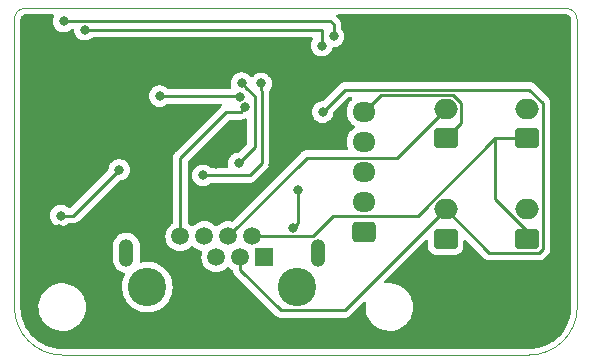
<source format=gbr>
G04 #@! TF.GenerationSoftware,KiCad,Pcbnew,(6.0.0)*
G04 #@! TF.CreationDate,2022-07-24T22:02:11-05:00*
G04 #@! TF.ProjectId,InputJoyStickSTM32QFN28,496e7075-744a-46f7-9953-7469636b5354,rev?*
G04 #@! TF.SameCoordinates,Original*
G04 #@! TF.FileFunction,Copper,L2,Bot*
G04 #@! TF.FilePolarity,Positive*
%FSLAX46Y46*%
G04 Gerber Fmt 4.6, Leading zero omitted, Abs format (unit mm)*
G04 Created by KiCad (PCBNEW (6.0.0)) date 2022-07-24 22:02:11*
%MOMM*%
%LPD*%
G01*
G04 APERTURE LIST*
G04 Aperture macros list*
%AMRoundRect*
0 Rectangle with rounded corners*
0 $1 Rounding radius*
0 $2 $3 $4 $5 $6 $7 $8 $9 X,Y pos of 4 corners*
0 Add a 4 corners polygon primitive as box body*
4,1,4,$2,$3,$4,$5,$6,$7,$8,$9,$2,$3,0*
0 Add four circle primitives for the rounded corners*
1,1,$1+$1,$2,$3*
1,1,$1+$1,$4,$5*
1,1,$1+$1,$6,$7*
1,1,$1+$1,$8,$9*
0 Add four rect primitives between the rounded corners*
20,1,$1+$1,$2,$3,$4,$5,0*
20,1,$1+$1,$4,$5,$6,$7,0*
20,1,$1+$1,$6,$7,$8,$9,0*
20,1,$1+$1,$8,$9,$2,$3,0*%
G04 Aperture macros list end*
G04 #@! TA.AperFunction,Profile*
%ADD10C,0.050000*%
G04 #@! TD*
G04 #@! TA.AperFunction,ComponentPad*
%ADD11RoundRect,0.250000X0.725000X-0.600000X0.725000X0.600000X-0.725000X0.600000X-0.725000X-0.600000X0*%
G04 #@! TD*
G04 #@! TA.AperFunction,ComponentPad*
%ADD12O,1.950000X1.700000*%
G04 #@! TD*
G04 #@! TA.AperFunction,ComponentPad*
%ADD13O,1.259000X2.362000*%
G04 #@! TD*
G04 #@! TA.AperFunction,ComponentPad*
%ADD14R,1.500000X1.500000*%
G04 #@! TD*
G04 #@! TA.AperFunction,ComponentPad*
%ADD15C,1.500000*%
G04 #@! TD*
G04 #@! TA.AperFunction,WasherPad*
%ADD16C,3.250000*%
G04 #@! TD*
G04 #@! TA.AperFunction,ComponentPad*
%ADD17O,2.000000X1.700000*%
G04 #@! TD*
G04 #@! TA.AperFunction,ComponentPad*
%ADD18RoundRect,0.250000X0.750000X-0.600000X0.750000X0.600000X-0.750000X0.600000X-0.750000X-0.600000X0*%
G04 #@! TD*
G04 #@! TA.AperFunction,ViaPad*
%ADD19C,0.800000*%
G04 #@! TD*
G04 #@! TA.AperFunction,Conductor*
%ADD20C,0.250000*%
G04 #@! TD*
G04 APERTURE END LIST*
D10*
X180239940Y-86360000D02*
G75*
G03*
X179279873Y-85389743I-965162J5095D01*
G01*
X133489685Y-85389720D02*
G75*
G03*
X132588000Y-86296602I0J-901700D01*
G01*
X132588000Y-110680500D02*
X132588000Y-86296602D01*
X132588000Y-110680500D02*
G75*
G03*
X136652000Y-114744500I4064000J0D01*
G01*
X176153080Y-114744500D02*
X136652000Y-114744500D01*
X180239940Y-86360000D02*
X180250164Y-110667800D01*
X176153080Y-114744500D02*
G75*
G03*
X180250164Y-110670340I22860J4074160D01*
G01*
X179279820Y-85389720D02*
X133489685Y-85389720D01*
D11*
X162200000Y-104300000D03*
D12*
X162200000Y-101760000D03*
X162200000Y-99220000D03*
X162200000Y-96680000D03*
X162200000Y-94140000D03*
D13*
X158323280Y-106097070D03*
X142063280Y-106097070D03*
D14*
X153742580Y-106459020D03*
D15*
X152722580Y-104679020D03*
X151712580Y-106459020D03*
X150692580Y-104679020D03*
X149682580Y-106459020D03*
X148662580Y-104679020D03*
X147652580Y-106459020D03*
X146632580Y-104679020D03*
D16*
X156543280Y-108999020D03*
X143843280Y-108999020D03*
D17*
X169100000Y-102400000D03*
D18*
X169100000Y-104900000D03*
D17*
X176000000Y-93900000D03*
D18*
X176000000Y-96400000D03*
X169100000Y-96400000D03*
D17*
X169100000Y-93900000D03*
D18*
X176000000Y-104900000D03*
D17*
X176000000Y-102400000D03*
D19*
X158690000Y-94170000D03*
X136433560Y-98666300D03*
X135288020Y-92877640D03*
X136398000Y-104109520D03*
X145755360Y-89491820D03*
X149618700Y-98559620D03*
X154444700Y-98640900D03*
X157700000Y-89600000D03*
X152154022Y-93775984D03*
X156596080Y-100766880D03*
X156208165Y-103954010D03*
X151584660Y-98508820D03*
X151823432Y-91732323D03*
X153466800Y-91754960D03*
X148559520Y-99532440D03*
X141457680Y-99060000D03*
X136519920Y-102933500D03*
X144884140Y-92821760D03*
X151679720Y-92895608D03*
X159605980Y-87774780D03*
X136761220Y-86499700D03*
X138541760Y-87196770D03*
X158610157Y-88543552D03*
D20*
X172774520Y-106074520D02*
X169100000Y-102400000D01*
X177045480Y-106074520D02*
X172774520Y-106074520D01*
X177324520Y-93413498D02*
X177324520Y-105795480D01*
X176186991Y-92275969D02*
X177324520Y-93413498D01*
X160584031Y-92275969D02*
X176186991Y-92275969D01*
X170425010Y-95074990D02*
X169100000Y-96400000D01*
X170425010Y-93413295D02*
X170425010Y-95074990D01*
X169737195Y-92725480D02*
X170425010Y-93413295D01*
X163614520Y-92725480D02*
X169737195Y-92725480D01*
X162200000Y-94140000D02*
X163614520Y-92725480D01*
X177324520Y-105795480D02*
X177045480Y-106074520D01*
X158690000Y-94170000D02*
X160584031Y-92275969D01*
X166753275Y-102935010D02*
X173288285Y-96400000D01*
X159583960Y-102935010D02*
X166753275Y-102935010D01*
X157839950Y-104679020D02*
X159583960Y-102935010D01*
X152722580Y-104679020D02*
X157839950Y-104679020D01*
X173288285Y-96400000D02*
X176000000Y-96400000D01*
X176000000Y-104211715D02*
X176000000Y-104900000D01*
X173288285Y-101500000D02*
X176000000Y-104211715D01*
X173288285Y-96400000D02*
X173288285Y-101500000D01*
X151754023Y-94175983D02*
X150514917Y-94175983D01*
X152154022Y-93775984D02*
X151754023Y-94175983D01*
X146632580Y-98058320D02*
X146632580Y-104679020D01*
X150514917Y-94175983D02*
X146632580Y-98058320D01*
X156596080Y-100766880D02*
X156596080Y-103566095D01*
X156596080Y-103566095D02*
X156208165Y-103954010D01*
X157326610Y-98044990D02*
X164955010Y-98044990D01*
X164955010Y-98044990D02*
X169100000Y-93900000D01*
X150692580Y-104679020D02*
X157326610Y-98044990D01*
X160550979Y-110949021D02*
X169100000Y-102400000D01*
X151712580Y-107519680D02*
X155141921Y-110949021D01*
X155141921Y-110949021D02*
X160550979Y-110949021D01*
X151712580Y-106459020D02*
X151712580Y-107519680D01*
X152929810Y-97163670D02*
X152929810Y-92838701D01*
X152223431Y-92132322D02*
X151823432Y-91732323D01*
X151584660Y-98508820D02*
X152929810Y-97163670D01*
X152929810Y-92838701D02*
X152223431Y-92132322D01*
X153466800Y-92320645D02*
X153553160Y-92407005D01*
X153466800Y-91754960D02*
X153466800Y-92320645D01*
X153553160Y-92407005D02*
X153553160Y-98498660D01*
X153553160Y-98498660D02*
X152519380Y-99532440D01*
X152519380Y-99532440D02*
X148559520Y-99532440D01*
X141457680Y-99060000D02*
X137584180Y-102933500D01*
X137584180Y-102933500D02*
X136519920Y-102933500D01*
X151605872Y-92821760D02*
X151679720Y-92895608D01*
X144884140Y-92821760D02*
X151605872Y-92821760D01*
X136789160Y-86471760D02*
X136761220Y-86499700D01*
X159331660Y-86471760D02*
X136789160Y-86471760D01*
X159605980Y-86746080D02*
X159605980Y-87774780D01*
X159331660Y-86471760D02*
X159605980Y-86746080D01*
X158610157Y-87249967D02*
X158610157Y-88543552D01*
X138541760Y-87196770D02*
X158556960Y-87196770D01*
X158556960Y-87196770D02*
X158610157Y-87249967D01*
G04 #@! TA.AperFunction,Conductor*
G36*
X135909611Y-85917722D02*
G01*
X135956104Y-85971378D01*
X135966208Y-86041652D01*
X135950609Y-86086720D01*
X135926693Y-86128144D01*
X135867678Y-86309772D01*
X135866988Y-86316333D01*
X135866988Y-86316335D01*
X135862114Y-86362709D01*
X135847716Y-86499700D01*
X135848406Y-86506265D01*
X135863113Y-86646191D01*
X135867678Y-86689628D01*
X135926693Y-86871256D01*
X136022180Y-87036644D01*
X136149967Y-87178566D01*
X136304468Y-87290818D01*
X136310496Y-87293502D01*
X136310498Y-87293503D01*
X136472901Y-87365809D01*
X136478932Y-87368494D01*
X136564575Y-87386698D01*
X136659276Y-87406828D01*
X136659281Y-87406828D01*
X136665733Y-87408200D01*
X136856707Y-87408200D01*
X136863159Y-87406828D01*
X136863164Y-87406828D01*
X136957865Y-87386698D01*
X137043508Y-87368494D01*
X137049539Y-87365809D01*
X137211942Y-87293503D01*
X137211944Y-87293502D01*
X137217972Y-87290818D01*
X137372473Y-87178566D01*
X137400942Y-87146948D01*
X137461385Y-87109710D01*
X137494576Y-87105260D01*
X137505187Y-87105260D01*
X137573308Y-87125262D01*
X137619801Y-87178918D01*
X137630497Y-87218090D01*
X137646023Y-87365809D01*
X137648218Y-87386698D01*
X137707233Y-87568326D01*
X137802720Y-87733714D01*
X137930507Y-87875636D01*
X138029603Y-87947634D01*
X138053104Y-87964708D01*
X138085008Y-87987888D01*
X138091036Y-87990572D01*
X138091038Y-87990573D01*
X138155493Y-88019270D01*
X138259472Y-88065564D01*
X138352873Y-88085417D01*
X138439816Y-88103898D01*
X138439821Y-88103898D01*
X138446273Y-88105270D01*
X138637247Y-88105270D01*
X138643699Y-88103898D01*
X138643704Y-88103898D01*
X138730648Y-88085417D01*
X138824048Y-88065564D01*
X138928027Y-88019270D01*
X138992482Y-87990573D01*
X138992484Y-87990572D01*
X138998512Y-87987888D01*
X139030417Y-87964708D01*
X139134077Y-87889394D01*
X139153013Y-87875636D01*
X139157428Y-87870733D01*
X139162340Y-87866310D01*
X139163465Y-87867559D01*
X139216774Y-87834719D01*
X139249960Y-87830270D01*
X157754688Y-87830270D01*
X157822809Y-87850272D01*
X157869302Y-87903928D01*
X157879406Y-87974202D01*
X157863808Y-88019268D01*
X157775630Y-88171996D01*
X157716615Y-88353624D01*
X157715925Y-88360185D01*
X157715925Y-88360187D01*
X157706102Y-88453646D01*
X157696653Y-88543552D01*
X157697343Y-88550117D01*
X157711306Y-88682964D01*
X157716615Y-88733480D01*
X157775630Y-88915108D01*
X157871117Y-89080496D01*
X157998904Y-89222418D01*
X158153405Y-89334670D01*
X158159433Y-89337354D01*
X158159435Y-89337355D01*
X158321838Y-89409661D01*
X158327869Y-89412346D01*
X158421269Y-89432199D01*
X158508213Y-89450680D01*
X158508218Y-89450680D01*
X158514670Y-89452052D01*
X158705644Y-89452052D01*
X158712096Y-89450680D01*
X158712101Y-89450680D01*
X158799045Y-89432199D01*
X158892445Y-89412346D01*
X158898476Y-89409661D01*
X159060879Y-89337355D01*
X159060881Y-89337354D01*
X159066909Y-89334670D01*
X159221410Y-89222418D01*
X159349197Y-89080496D01*
X159444684Y-88915108D01*
X159491721Y-88770344D01*
X159531795Y-88711738D01*
X159597191Y-88684101D01*
X159611554Y-88683280D01*
X159701467Y-88683280D01*
X159707919Y-88681908D01*
X159707924Y-88681908D01*
X159794867Y-88663427D01*
X159888268Y-88643574D01*
X159894299Y-88640889D01*
X160056702Y-88568583D01*
X160056704Y-88568582D01*
X160062732Y-88565898D01*
X160102525Y-88536987D01*
X160118137Y-88525644D01*
X160217233Y-88453646D01*
X160345020Y-88311724D01*
X160440507Y-88146336D01*
X160499522Y-87964708D01*
X160519484Y-87774780D01*
X160499522Y-87584852D01*
X160440507Y-87403224D01*
X160345020Y-87237836D01*
X160271843Y-87156565D01*
X160241127Y-87092559D01*
X160239480Y-87072256D01*
X160239480Y-86824847D01*
X160240007Y-86813664D01*
X160241682Y-86806171D01*
X160239542Y-86738094D01*
X160239480Y-86734135D01*
X160239480Y-86706224D01*
X160238975Y-86702224D01*
X160238042Y-86690381D01*
X160238019Y-86689628D01*
X160236653Y-86646191D01*
X160231001Y-86626737D01*
X160226993Y-86607380D01*
X160225448Y-86595150D01*
X160225448Y-86595149D01*
X160224454Y-86587283D01*
X160221535Y-86579910D01*
X160208176Y-86546168D01*
X160204331Y-86534938D01*
X160194209Y-86500097D01*
X160194209Y-86500096D01*
X160191998Y-86492487D01*
X160187965Y-86485668D01*
X160187963Y-86485663D01*
X160181687Y-86475052D01*
X160172992Y-86457304D01*
X160165532Y-86438463D01*
X160139544Y-86402693D01*
X160133028Y-86392773D01*
X160114560Y-86361545D01*
X160114558Y-86361542D01*
X160110522Y-86354718D01*
X160096198Y-86340394D01*
X160083363Y-86325367D01*
X160071452Y-86308973D01*
X160037386Y-86280791D01*
X160028608Y-86272802D01*
X159868621Y-86112815D01*
X159834595Y-86050503D01*
X159839660Y-85979688D01*
X159882207Y-85922852D01*
X159948727Y-85898041D01*
X159957716Y-85897720D01*
X179228725Y-85897720D01*
X179248766Y-85899324D01*
X179270894Y-85902889D01*
X179279801Y-85901772D01*
X179288778Y-85901929D01*
X179288774Y-85902137D01*
X179310200Y-85902259D01*
X179354690Y-85908356D01*
X179378998Y-85911687D01*
X179410721Y-85920367D01*
X179490160Y-85953763D01*
X179518556Y-85970357D01*
X179586647Y-86023178D01*
X179609782Y-86046559D01*
X179661877Y-86115200D01*
X179678171Y-86143770D01*
X179710726Y-86223552D01*
X179719072Y-86255369D01*
X179727310Y-86320602D01*
X179728284Y-86338592D01*
X179728222Y-86342160D01*
X179726794Y-86351021D01*
X179727911Y-86359928D01*
X179727911Y-86359929D01*
X179730977Y-86384381D01*
X179731956Y-86400005D01*
X179738685Y-102396556D01*
X179742137Y-110603364D01*
X179742144Y-110621087D01*
X179740644Y-110640525D01*
X179738359Y-110655197D01*
X179738359Y-110655201D01*
X179736978Y-110664070D01*
X179738142Y-110672971D01*
X179738142Y-110672976D01*
X179739500Y-110683357D01*
X179740411Y-110705899D01*
X179731888Y-110878765D01*
X179725832Y-111001616D01*
X179725175Y-111014934D01*
X179723955Y-111027278D01*
X179676279Y-111347516D01*
X179674066Y-111362383D01*
X179671637Y-111374550D01*
X179620061Y-111579694D01*
X179589028Y-111703125D01*
X179585414Y-111714993D01*
X179472882Y-112028287D01*
X179470884Y-112033849D01*
X179466119Y-112045307D01*
X179320782Y-112351344D01*
X179314914Y-112362277D01*
X179220660Y-112518846D01*
X179162660Y-112615193D01*
X179140178Y-112652538D01*
X179133265Y-112662838D01*
X179116088Y-112685888D01*
X178930817Y-112934509D01*
X178922921Y-112944081D01*
X178694742Y-113194512D01*
X178685943Y-113203263D01*
X178434229Y-113430041D01*
X178424611Y-113437883D01*
X178151816Y-113638795D01*
X178141475Y-113645652D01*
X177850245Y-113818755D01*
X177839278Y-113824563D01*
X177532430Y-113968180D01*
X177520946Y-113972880D01*
X177201448Y-114085621D01*
X177189564Y-114089168D01*
X177021197Y-114130495D01*
X176860527Y-114169933D01*
X176848345Y-114172294D01*
X176512963Y-114220302D01*
X176500608Y-114221453D01*
X176304911Y-114230001D01*
X176198871Y-114234633D01*
X176173292Y-114233142D01*
X176171094Y-114232787D01*
X176171086Y-114232787D01*
X176162229Y-114231357D01*
X176135075Y-114234753D01*
X176128894Y-114235526D01*
X176113258Y-114236500D01*
X136701328Y-114236500D01*
X136681943Y-114235000D01*
X136667142Y-114232695D01*
X136667139Y-114232695D01*
X136658270Y-114231314D01*
X136638946Y-114233841D01*
X136616430Y-114234753D01*
X136309627Y-114219680D01*
X136297333Y-114218470D01*
X135964375Y-114169079D01*
X135952269Y-114166672D01*
X135625754Y-114084885D01*
X135613924Y-114081296D01*
X135297006Y-113967901D01*
X135285582Y-113963169D01*
X134981307Y-113819258D01*
X134970402Y-113813429D01*
X134681698Y-113640386D01*
X134671417Y-113633516D01*
X134401069Y-113433012D01*
X134391511Y-113425168D01*
X134142115Y-113199129D01*
X134133371Y-113190385D01*
X133907332Y-112940989D01*
X133899488Y-112931431D01*
X133698984Y-112661083D01*
X133692114Y-112650802D01*
X133573798Y-112453404D01*
X133519069Y-112362094D01*
X133513242Y-112351193D01*
X133463351Y-112245706D01*
X133369331Y-112046918D01*
X133364599Y-112035494D01*
X133251204Y-111718576D01*
X133247615Y-111706744D01*
X133165828Y-111380231D01*
X133163419Y-111368116D01*
X133162433Y-111361464D01*
X133114030Y-111035167D01*
X133112819Y-111022866D01*
X133112430Y-111014934D01*
X133099544Y-110752636D01*
X133098293Y-110727165D01*
X133099886Y-110700086D01*
X133100264Y-110697840D01*
X133100265Y-110697831D01*
X133101071Y-110693039D01*
X133101224Y-110680500D01*
X133097273Y-110652912D01*
X133096000Y-110635049D01*
X133096000Y-110607733D01*
X134625822Y-110607733D01*
X134625975Y-110612121D01*
X134625975Y-110612127D01*
X134635458Y-110883674D01*
X134635625Y-110888458D01*
X134636387Y-110892781D01*
X134636388Y-110892788D01*
X134667370Y-111068494D01*
X134684402Y-111165087D01*
X134771203Y-111432235D01*
X134773131Y-111436188D01*
X134773133Y-111436193D01*
X134828313Y-111549328D01*
X134894340Y-111684702D01*
X134896795Y-111688341D01*
X134896798Y-111688347D01*
X134914774Y-111714997D01*
X135051415Y-111917576D01*
X135239371Y-112126322D01*
X135454550Y-112306879D01*
X135692764Y-112455731D01*
X135949375Y-112569982D01*
X136219390Y-112647407D01*
X136223740Y-112648018D01*
X136223743Y-112648019D01*
X136316700Y-112661083D01*
X136497552Y-112686500D01*
X136708146Y-112686500D01*
X136710332Y-112686347D01*
X136710336Y-112686347D01*
X136913827Y-112672118D01*
X136913832Y-112672117D01*
X136918212Y-112671811D01*
X137192970Y-112613409D01*
X137197099Y-112611906D01*
X137197103Y-112611905D01*
X137452781Y-112518846D01*
X137452785Y-112518844D01*
X137456926Y-112517337D01*
X137704942Y-112385464D01*
X137708503Y-112382877D01*
X137928629Y-112222947D01*
X137928632Y-112222944D01*
X137932192Y-112220358D01*
X138134252Y-112025231D01*
X138307188Y-111803882D01*
X138309384Y-111800078D01*
X138309389Y-111800071D01*
X138432982Y-111586001D01*
X138447636Y-111560619D01*
X138552862Y-111300176D01*
X138586544Y-111165087D01*
X138619753Y-111031893D01*
X138619754Y-111031888D01*
X138620817Y-111027624D01*
X138623551Y-111001616D01*
X138649719Y-110752636D01*
X138649719Y-110752633D01*
X138650178Y-110748267D01*
X138650025Y-110743873D01*
X138640529Y-110471939D01*
X138640528Y-110471933D01*
X138640375Y-110467542D01*
X138624820Y-110379322D01*
X138592360Y-110195236D01*
X138591598Y-110190913D01*
X138504797Y-109923765D01*
X138485994Y-109885212D01*
X138440320Y-109791569D01*
X138381660Y-109671298D01*
X138379205Y-109667659D01*
X138379202Y-109667653D01*
X138298693Y-109548294D01*
X138224585Y-109438424D01*
X138036629Y-109229678D01*
X137821450Y-109049121D01*
X137583236Y-108900269D01*
X137326625Y-108786018D01*
X137056610Y-108708593D01*
X137052260Y-108707982D01*
X137052257Y-108707981D01*
X136949310Y-108693513D01*
X136778448Y-108669500D01*
X136567854Y-108669500D01*
X136565668Y-108669653D01*
X136565664Y-108669653D01*
X136362173Y-108683882D01*
X136362168Y-108683883D01*
X136357788Y-108684189D01*
X136083030Y-108742591D01*
X136078901Y-108744094D01*
X136078897Y-108744095D01*
X135823219Y-108837154D01*
X135823215Y-108837156D01*
X135819074Y-108838663D01*
X135571058Y-108970536D01*
X135567499Y-108973122D01*
X135567497Y-108973123D01*
X135358091Y-109125265D01*
X135343808Y-109135642D01*
X135340644Y-109138698D01*
X135340641Y-109138700D01*
X135251865Y-109224431D01*
X135141748Y-109330769D01*
X135057639Y-109438424D01*
X134971800Y-109548294D01*
X134968812Y-109552118D01*
X134966616Y-109555922D01*
X134966611Y-109555929D01*
X134852794Y-109753067D01*
X134828364Y-109795381D01*
X134723138Y-110055824D01*
X134722073Y-110060097D01*
X134722072Y-110060099D01*
X134667590Y-110278616D01*
X134655183Y-110328376D01*
X134654724Y-110332744D01*
X134654723Y-110332749D01*
X134627872Y-110588224D01*
X134625822Y-110607733D01*
X133096000Y-110607733D01*
X133096000Y-106701623D01*
X140925280Y-106701623D01*
X140939543Y-106856842D01*
X140941110Y-106862397D01*
X140941110Y-106862399D01*
X140954095Y-106908442D01*
X140996314Y-107058140D01*
X141088819Y-107245721D01*
X141213958Y-107413303D01*
X141218192Y-107417217D01*
X141218194Y-107417219D01*
X141325154Y-107516091D01*
X141367542Y-107555274D01*
X141415020Y-107585230D01*
X141539542Y-107663798D01*
X141539547Y-107663800D01*
X141544426Y-107666879D01*
X141738686Y-107744381D01*
X141744343Y-107745506D01*
X141744349Y-107745508D01*
X141837247Y-107763986D01*
X141893692Y-107775214D01*
X141956601Y-107808120D01*
X141991733Y-107869815D01*
X141987933Y-107940710D01*
X141980466Y-107957749D01*
X141889677Y-108129220D01*
X141789706Y-108402402D01*
X141727736Y-108686624D01*
X141726055Y-108707981D01*
X141710922Y-108900269D01*
X141704912Y-108976626D01*
X141721658Y-109267043D01*
X141722483Y-109271248D01*
X141722484Y-109271256D01*
X141754639Y-109435152D01*
X141777662Y-109552501D01*
X141779049Y-109556552D01*
X141779050Y-109556556D01*
X141870500Y-109823661D01*
X141870504Y-109823670D01*
X141871889Y-109827716D01*
X142002596Y-110087597D01*
X142041964Y-110144878D01*
X142157265Y-110312642D01*
X142167363Y-110327335D01*
X142363142Y-110542493D01*
X142366431Y-110545243D01*
X142583018Y-110726339D01*
X142583023Y-110726343D01*
X142586310Y-110729091D01*
X142651338Y-110769883D01*
X142829097Y-110881391D01*
X142829101Y-110881393D01*
X142832737Y-110883674D01*
X143097864Y-111003383D01*
X143157797Y-111021136D01*
X143372671Y-111084785D01*
X143372676Y-111084786D01*
X143376784Y-111086003D01*
X143381018Y-111086651D01*
X143381023Y-111086652D01*
X143636915Y-111125809D01*
X143664336Y-111130005D01*
X143812456Y-111132332D01*
X143950909Y-111134507D01*
X143950915Y-111134507D01*
X143955200Y-111134574D01*
X144243992Y-111099627D01*
X144525370Y-111025809D01*
X144794126Y-110914486D01*
X145045287Y-110767719D01*
X145274206Y-110588224D01*
X145315858Y-110545243D01*
X145473663Y-110382400D01*
X145476646Y-110379322D01*
X145648863Y-110144878D01*
X145650909Y-110141110D01*
X145785618Y-109893006D01*
X145785619Y-109893004D01*
X145787668Y-109889230D01*
X145890493Y-109617110D01*
X145931418Y-109438424D01*
X145954480Y-109337733D01*
X145954481Y-109337728D01*
X145955437Y-109333553D01*
X145981296Y-109043805D01*
X145981765Y-108999020D01*
X145980238Y-108976626D01*
X145962271Y-108713071D01*
X145962270Y-108713065D01*
X145961979Y-108708794D01*
X145956796Y-108683763D01*
X145903858Y-108428136D01*
X145902989Y-108423939D01*
X145805885Y-108149725D01*
X145672464Y-107891227D01*
X145659045Y-107872133D01*
X145568043Y-107742652D01*
X145505195Y-107653228D01*
X145406185Y-107546680D01*
X145310093Y-107443273D01*
X145310091Y-107443272D01*
X145307174Y-107440132D01*
X145303858Y-107437418D01*
X145303855Y-107437415D01*
X145138845Y-107302356D01*
X145082064Y-107255881D01*
X144834032Y-107103887D01*
X144830115Y-107102168D01*
X144830112Y-107102166D01*
X144712553Y-107050562D01*
X144567666Y-106986961D01*
X144563538Y-106985785D01*
X144563535Y-106985784D01*
X144477367Y-106961238D01*
X144287896Y-106907266D01*
X144283654Y-106906662D01*
X144283648Y-106906661D01*
X144004150Y-106866883D01*
X143999899Y-106866278D01*
X143846512Y-106865475D01*
X143713289Y-106864777D01*
X143713283Y-106864777D01*
X143709003Y-106864755D01*
X143704759Y-106865314D01*
X143704755Y-106865314D01*
X143589788Y-106880450D01*
X143420593Y-106902725D01*
X143416453Y-106903858D01*
X143416451Y-106903858D01*
X143351498Y-106921627D01*
X143280513Y-106920309D01*
X143221510Y-106880823D01*
X143193221Y-106815706D01*
X143193123Y-106785283D01*
X143200844Y-106720051D01*
X143200844Y-106720044D01*
X143201280Y-106716364D01*
X143201280Y-105492517D01*
X143191509Y-105386178D01*
X143187546Y-105343052D01*
X143187545Y-105343049D01*
X143187017Y-105337298D01*
X143130246Y-105136000D01*
X143037741Y-104948419D01*
X142912602Y-104780837D01*
X142888835Y-104758867D01*
X142763258Y-104642785D01*
X142763255Y-104642783D01*
X142759018Y-104638866D01*
X142711540Y-104608910D01*
X142587018Y-104530342D01*
X142587013Y-104530340D01*
X142582134Y-104527261D01*
X142387874Y-104449759D01*
X142382214Y-104448633D01*
X142382210Y-104448632D01*
X142188410Y-104410083D01*
X142188408Y-104410083D01*
X142182743Y-104408956D01*
X142176968Y-104408880D01*
X142176964Y-104408880D01*
X142072125Y-104407508D01*
X141973611Y-104406218D01*
X141967914Y-104407197D01*
X141967913Y-104407197D01*
X141951118Y-104410083D01*
X141767482Y-104441638D01*
X141571260Y-104514028D01*
X141566299Y-104516980D01*
X141566298Y-104516980D01*
X141396483Y-104618009D01*
X141396480Y-104618011D01*
X141391515Y-104620965D01*
X141234268Y-104758867D01*
X141104784Y-104923116D01*
X141102093Y-104928232D01*
X141102091Y-104928234D01*
X141043039Y-105040474D01*
X141007401Y-105108211D01*
X140945380Y-105307953D01*
X140944701Y-105313690D01*
X140928174Y-105453327D01*
X140925280Y-105477776D01*
X140925280Y-106701623D01*
X133096000Y-106701623D01*
X133096000Y-102933500D01*
X135606416Y-102933500D01*
X135626378Y-103123428D01*
X135685393Y-103305056D01*
X135780880Y-103470444D01*
X135785298Y-103475351D01*
X135785299Y-103475352D01*
X135871771Y-103571389D01*
X135908667Y-103612366D01*
X135949686Y-103642168D01*
X136044798Y-103711271D01*
X136063168Y-103724618D01*
X136069196Y-103727302D01*
X136069198Y-103727303D01*
X136215580Y-103792476D01*
X136237632Y-103802294D01*
X136331032Y-103822147D01*
X136417976Y-103840628D01*
X136417981Y-103840628D01*
X136424433Y-103842000D01*
X136615407Y-103842000D01*
X136621859Y-103840628D01*
X136621864Y-103840628D01*
X136708807Y-103822147D01*
X136802208Y-103802294D01*
X136824260Y-103792476D01*
X136970642Y-103727303D01*
X136970644Y-103727302D01*
X136976672Y-103724618D01*
X136995043Y-103711271D01*
X137115327Y-103623879D01*
X137131173Y-103612366D01*
X137135588Y-103607463D01*
X137140500Y-103603040D01*
X137141625Y-103604289D01*
X137194934Y-103571449D01*
X137228120Y-103567000D01*
X137505413Y-103567000D01*
X137516596Y-103567527D01*
X137524089Y-103569202D01*
X137532015Y-103568953D01*
X137532016Y-103568953D01*
X137592166Y-103567062D01*
X137596125Y-103567000D01*
X137624036Y-103567000D01*
X137627971Y-103566503D01*
X137628036Y-103566495D01*
X137639873Y-103565562D01*
X137672131Y-103564548D01*
X137676150Y-103564422D01*
X137684069Y-103564173D01*
X137703523Y-103558521D01*
X137722880Y-103554513D01*
X137735110Y-103552968D01*
X137735111Y-103552968D01*
X137742977Y-103551974D01*
X137750348Y-103549055D01*
X137750350Y-103549055D01*
X137784092Y-103535696D01*
X137795322Y-103531851D01*
X137830163Y-103521729D01*
X137830164Y-103521729D01*
X137837773Y-103519518D01*
X137844592Y-103515485D01*
X137844597Y-103515483D01*
X137855208Y-103509207D01*
X137872956Y-103500512D01*
X137891797Y-103493052D01*
X137927567Y-103467064D01*
X137937487Y-103460548D01*
X137968715Y-103442080D01*
X137968718Y-103442078D01*
X137975542Y-103438042D01*
X137989863Y-103423721D01*
X138004897Y-103410880D01*
X138014874Y-103403631D01*
X138021287Y-103398972D01*
X138049478Y-103364895D01*
X138057468Y-103356116D01*
X141408179Y-100005405D01*
X141470491Y-99971379D01*
X141497274Y-99968500D01*
X141553167Y-99968500D01*
X141559619Y-99967128D01*
X141559624Y-99967128D01*
X141646568Y-99948647D01*
X141739968Y-99928794D01*
X141745999Y-99926109D01*
X141908402Y-99853803D01*
X141908404Y-99853802D01*
X141914432Y-99851118D01*
X142068933Y-99738866D01*
X142100706Y-99703579D01*
X142192301Y-99601852D01*
X142192302Y-99601851D01*
X142196720Y-99596944D01*
X142292207Y-99431556D01*
X142351222Y-99249928D01*
X142371184Y-99060000D01*
X142364465Y-98996069D01*
X142351912Y-98876635D01*
X142351912Y-98876633D01*
X142351222Y-98870072D01*
X142292207Y-98688444D01*
X142287732Y-98680692D01*
X142225000Y-98572038D01*
X142196720Y-98523056D01*
X142179883Y-98504356D01*
X142073355Y-98386045D01*
X142073354Y-98386044D01*
X142068933Y-98381134D01*
X141914432Y-98268882D01*
X141908404Y-98266198D01*
X141908402Y-98266197D01*
X141745999Y-98193891D01*
X141745998Y-98193891D01*
X141739968Y-98191206D01*
X141646568Y-98171353D01*
X141559624Y-98152872D01*
X141559619Y-98152872D01*
X141553167Y-98151500D01*
X141362193Y-98151500D01*
X141355741Y-98152872D01*
X141355736Y-98152872D01*
X141268792Y-98171353D01*
X141175392Y-98191206D01*
X141169362Y-98193891D01*
X141169361Y-98193891D01*
X141006958Y-98266197D01*
X141006956Y-98266198D01*
X141000928Y-98268882D01*
X140846427Y-98381134D01*
X140842006Y-98386044D01*
X140842005Y-98386045D01*
X140735478Y-98504356D01*
X140718640Y-98523056D01*
X140690360Y-98572038D01*
X140627629Y-98680692D01*
X140623153Y-98688444D01*
X140564138Y-98870072D01*
X140563448Y-98876633D01*
X140563448Y-98876635D01*
X140546773Y-99035292D01*
X140519760Y-99100949D01*
X140510558Y-99111217D01*
X137358680Y-102263095D01*
X137296368Y-102297121D01*
X137269585Y-102300000D01*
X137228120Y-102300000D01*
X137159999Y-102279998D01*
X137140773Y-102263657D01*
X137140500Y-102263960D01*
X137135588Y-102259537D01*
X137131173Y-102254634D01*
X137084072Y-102220413D01*
X136982014Y-102146263D01*
X136982013Y-102146262D01*
X136976672Y-102142382D01*
X136970644Y-102139698D01*
X136970642Y-102139697D01*
X136808239Y-102067391D01*
X136808238Y-102067391D01*
X136802208Y-102064706D01*
X136708807Y-102044853D01*
X136621864Y-102026372D01*
X136621859Y-102026372D01*
X136615407Y-102025000D01*
X136424433Y-102025000D01*
X136417981Y-102026372D01*
X136417976Y-102026372D01*
X136331033Y-102044853D01*
X136237632Y-102064706D01*
X136231602Y-102067391D01*
X136231601Y-102067391D01*
X136069198Y-102139697D01*
X136069196Y-102139698D01*
X136063168Y-102142382D01*
X136057827Y-102146262D01*
X136057826Y-102146263D01*
X136007763Y-102182636D01*
X135908667Y-102254634D01*
X135904246Y-102259544D01*
X135904245Y-102259545D01*
X135809877Y-102364352D01*
X135780880Y-102396556D01*
X135685393Y-102561944D01*
X135626378Y-102743572D01*
X135606416Y-102933500D01*
X133096000Y-102933500D01*
X133096000Y-92821760D01*
X143970636Y-92821760D01*
X143971326Y-92828325D01*
X143989010Y-92996576D01*
X143990598Y-93011688D01*
X144049613Y-93193316D01*
X144145100Y-93358704D01*
X144149518Y-93363611D01*
X144149519Y-93363612D01*
X144241405Y-93465662D01*
X144272887Y-93500626D01*
X144371983Y-93572624D01*
X144391871Y-93587073D01*
X144427388Y-93612878D01*
X144433416Y-93615562D01*
X144433418Y-93615563D01*
X144541698Y-93663772D01*
X144601852Y-93690554D01*
X144695253Y-93710407D01*
X144782196Y-93728888D01*
X144782201Y-93728888D01*
X144788653Y-93730260D01*
X144979627Y-93730260D01*
X144986079Y-93728888D01*
X144986084Y-93728888D01*
X145073028Y-93710407D01*
X145166428Y-93690554D01*
X145226582Y-93663772D01*
X145334862Y-93615563D01*
X145334864Y-93615562D01*
X145340892Y-93612878D01*
X145372431Y-93589964D01*
X145473811Y-93516306D01*
X145495393Y-93500626D01*
X145499808Y-93495723D01*
X145504720Y-93491300D01*
X145505845Y-93492549D01*
X145559154Y-93459709D01*
X145592340Y-93455260D01*
X150035860Y-93455260D01*
X150103981Y-93475262D01*
X150150474Y-93528918D01*
X150160578Y-93599192D01*
X150131084Y-93663772D01*
X150123279Y-93671165D01*
X150123555Y-93671441D01*
X150109234Y-93685762D01*
X150094201Y-93698602D01*
X150077810Y-93710511D01*
X150072759Y-93716617D01*
X150049619Y-93744588D01*
X150041629Y-93753367D01*
X146240327Y-97554668D01*
X146232041Y-97562208D01*
X146225562Y-97566320D01*
X146220137Y-97572097D01*
X146178937Y-97615971D01*
X146176182Y-97618813D01*
X146156445Y-97638550D01*
X146153965Y-97641747D01*
X146146262Y-97650767D01*
X146115994Y-97682999D01*
X146112175Y-97689945D01*
X146112173Y-97689948D01*
X146106232Y-97700754D01*
X146095381Y-97717273D01*
X146082966Y-97733279D01*
X146079821Y-97740548D01*
X146079818Y-97740552D01*
X146065406Y-97773857D01*
X146060189Y-97784507D01*
X146038885Y-97823260D01*
X146036914Y-97830935D01*
X146036914Y-97830936D01*
X146033847Y-97842882D01*
X146027443Y-97861586D01*
X146019399Y-97880175D01*
X146018160Y-97887998D01*
X146018157Y-97888008D01*
X146012481Y-97923844D01*
X146010075Y-97935464D01*
X145999080Y-97978290D01*
X145999080Y-97998544D01*
X145997529Y-98018254D01*
X145994360Y-98038263D01*
X145995106Y-98046155D01*
X145998521Y-98082281D01*
X145999080Y-98094139D01*
X145999080Y-103520666D01*
X145979078Y-103588787D01*
X145945352Y-103623878D01*
X145878446Y-103670726D01*
X145825053Y-103708112D01*
X145825050Y-103708114D01*
X145820542Y-103711271D01*
X145664831Y-103866982D01*
X145661674Y-103871490D01*
X145661672Y-103871493D01*
X145572848Y-103998347D01*
X145538524Y-104047367D01*
X145536201Y-104052349D01*
X145536198Y-104052354D01*
X145495976Y-104138611D01*
X145445460Y-104246944D01*
X145388465Y-104459649D01*
X145369273Y-104679020D01*
X145388465Y-104898391D01*
X145445460Y-105111096D01*
X145447785Y-105116081D01*
X145536198Y-105305686D01*
X145536201Y-105305691D01*
X145538524Y-105310673D01*
X145541680Y-105315180D01*
X145541681Y-105315182D01*
X145658134Y-105481493D01*
X145664831Y-105491058D01*
X145820542Y-105646769D01*
X145825051Y-105649926D01*
X145825053Y-105649928D01*
X145840703Y-105660886D01*
X146000926Y-105773076D01*
X146200504Y-105866140D01*
X146413209Y-105923135D01*
X146632580Y-105942327D01*
X146851951Y-105923135D01*
X147064656Y-105866140D01*
X147264234Y-105773076D01*
X147424457Y-105660886D01*
X147440107Y-105649928D01*
X147440109Y-105649926D01*
X147444618Y-105646769D01*
X147558485Y-105532902D01*
X147620797Y-105498876D01*
X147691612Y-105503941D01*
X147736675Y-105532902D01*
X147850542Y-105646769D01*
X147855051Y-105649926D01*
X147855053Y-105649928D01*
X147870703Y-105660886D01*
X148030926Y-105773076D01*
X148230504Y-105866140D01*
X148294139Y-105883191D01*
X148396205Y-105910540D01*
X148456827Y-105947492D01*
X148487849Y-106011353D01*
X148485300Y-106064858D01*
X148439888Y-106234336D01*
X148439887Y-106234343D01*
X148438465Y-106239649D01*
X148419273Y-106459020D01*
X148438465Y-106678391D01*
X148495460Y-106891096D01*
X148536676Y-106979485D01*
X148586198Y-107085686D01*
X148586201Y-107085691D01*
X148588524Y-107090673D01*
X148591680Y-107095180D01*
X148591681Y-107095182D01*
X148711224Y-107265906D01*
X148714831Y-107271058D01*
X148870542Y-107426769D01*
X148875051Y-107429926D01*
X148875053Y-107429928D01*
X148911895Y-107455725D01*
X149050926Y-107553076D01*
X149250504Y-107646140D01*
X149463209Y-107703135D01*
X149682580Y-107722327D01*
X149901951Y-107703135D01*
X150114656Y-107646140D01*
X150314234Y-107553076D01*
X150453265Y-107455725D01*
X150490107Y-107429928D01*
X150490109Y-107429926D01*
X150494618Y-107426769D01*
X150608485Y-107312902D01*
X150670797Y-107278876D01*
X150741612Y-107283941D01*
X150786675Y-107312902D01*
X150900542Y-107426769D01*
X150905050Y-107429926D01*
X150905053Y-107429928D01*
X151028107Y-107516091D01*
X151072435Y-107571548D01*
X151079352Y-107603984D01*
X151080417Y-107603815D01*
X151081658Y-107611649D01*
X151081907Y-107619569D01*
X151086651Y-107635898D01*
X151087558Y-107639019D01*
X151091567Y-107658380D01*
X151092252Y-107663798D01*
X151094106Y-107678477D01*
X151097025Y-107685848D01*
X151097025Y-107685850D01*
X151110384Y-107719592D01*
X151114229Y-107730822D01*
X151120812Y-107753481D01*
X151126562Y-107773273D01*
X151130595Y-107780092D01*
X151130597Y-107780097D01*
X151136873Y-107790708D01*
X151145568Y-107808456D01*
X151153028Y-107827297D01*
X151157690Y-107833713D01*
X151157690Y-107833714D01*
X151179016Y-107863067D01*
X151185532Y-107872987D01*
X151198571Y-107895034D01*
X151208038Y-107911042D01*
X151222359Y-107925363D01*
X151235199Y-107940396D01*
X151247108Y-107956787D01*
X151253214Y-107961838D01*
X151281185Y-107984978D01*
X151289964Y-107992968D01*
X154638264Y-111341268D01*
X154645808Y-111349558D01*
X154649921Y-111356039D01*
X154655698Y-111361464D01*
X154699588Y-111402679D01*
X154702430Y-111405434D01*
X154722152Y-111425156D01*
X154725276Y-111427579D01*
X154725280Y-111427583D01*
X154725345Y-111427633D01*
X154734366Y-111435338D01*
X154766600Y-111465607D01*
X154773548Y-111469426D01*
X154773550Y-111469428D01*
X154784353Y-111475367D01*
X154800880Y-111486223D01*
X154810619Y-111493778D01*
X154810621Y-111493779D01*
X154816881Y-111498635D01*
X154857461Y-111516195D01*
X154868109Y-111521412D01*
X154892897Y-111535039D01*
X154906861Y-111542716D01*
X154914537Y-111544687D01*
X154914540Y-111544688D01*
X154926483Y-111547754D01*
X154945188Y-111554158D01*
X154963776Y-111562202D01*
X154971599Y-111563441D01*
X154971609Y-111563444D01*
X155007445Y-111569120D01*
X155019065Y-111571526D01*
X155050880Y-111579694D01*
X155061891Y-111582521D01*
X155082145Y-111582521D01*
X155101855Y-111584072D01*
X155121864Y-111587241D01*
X155129756Y-111586495D01*
X155148501Y-111584723D01*
X155165883Y-111583080D01*
X155177740Y-111582521D01*
X160472212Y-111582521D01*
X160483395Y-111583048D01*
X160490888Y-111584723D01*
X160498814Y-111584474D01*
X160498815Y-111584474D01*
X160558965Y-111582583D01*
X160562924Y-111582521D01*
X160590835Y-111582521D01*
X160594770Y-111582024D01*
X160594835Y-111582016D01*
X160606672Y-111581083D01*
X160638930Y-111580069D01*
X160642949Y-111579943D01*
X160650868Y-111579694D01*
X160670322Y-111574042D01*
X160689679Y-111570034D01*
X160701909Y-111568489D01*
X160701910Y-111568489D01*
X160709776Y-111567495D01*
X160717147Y-111564576D01*
X160717149Y-111564576D01*
X160750891Y-111551217D01*
X160762121Y-111547372D01*
X160796962Y-111537250D01*
X160796963Y-111537250D01*
X160804572Y-111535039D01*
X160811391Y-111531006D01*
X160811396Y-111531004D01*
X160822007Y-111524728D01*
X160839755Y-111516033D01*
X160858596Y-111508573D01*
X160894366Y-111482585D01*
X160904286Y-111476069D01*
X160935514Y-111457601D01*
X160935517Y-111457599D01*
X160942341Y-111453563D01*
X160956662Y-111439242D01*
X160971696Y-111426401D01*
X160973410Y-111425156D01*
X160988086Y-111414493D01*
X161016277Y-111380416D01*
X161024267Y-111371637D01*
X162137370Y-110258534D01*
X162199682Y-110224508D01*
X162270497Y-110229573D01*
X162327333Y-110272120D01*
X162352144Y-110338640D01*
X162351775Y-110360799D01*
X162327872Y-110588224D01*
X162325822Y-110607733D01*
X162325975Y-110612121D01*
X162325975Y-110612127D01*
X162335458Y-110883674D01*
X162335625Y-110888458D01*
X162336387Y-110892781D01*
X162336388Y-110892788D01*
X162367370Y-111068494D01*
X162384402Y-111165087D01*
X162471203Y-111432235D01*
X162473131Y-111436188D01*
X162473133Y-111436193D01*
X162528313Y-111549328D01*
X162594340Y-111684702D01*
X162596795Y-111688341D01*
X162596798Y-111688347D01*
X162614774Y-111714997D01*
X162751415Y-111917576D01*
X162939371Y-112126322D01*
X163154550Y-112306879D01*
X163392764Y-112455731D01*
X163649375Y-112569982D01*
X163919390Y-112647407D01*
X163923740Y-112648018D01*
X163923743Y-112648019D01*
X164016700Y-112661083D01*
X164197552Y-112686500D01*
X164408146Y-112686500D01*
X164410332Y-112686347D01*
X164410336Y-112686347D01*
X164613827Y-112672118D01*
X164613832Y-112672117D01*
X164618212Y-112671811D01*
X164892970Y-112613409D01*
X164897099Y-112611906D01*
X164897103Y-112611905D01*
X165152781Y-112518846D01*
X165152785Y-112518844D01*
X165156926Y-112517337D01*
X165404942Y-112385464D01*
X165408503Y-112382877D01*
X165628629Y-112222947D01*
X165628632Y-112222944D01*
X165632192Y-112220358D01*
X165834252Y-112025231D01*
X166007188Y-111803882D01*
X166009384Y-111800078D01*
X166009389Y-111800071D01*
X166132982Y-111586001D01*
X166147636Y-111560619D01*
X166252862Y-111300176D01*
X166286544Y-111165087D01*
X166319753Y-111031893D01*
X166319754Y-111031888D01*
X166320817Y-111027624D01*
X166323551Y-111001616D01*
X166349719Y-110752636D01*
X166349719Y-110752633D01*
X166350178Y-110748267D01*
X166350025Y-110743873D01*
X166340529Y-110471939D01*
X166340528Y-110471933D01*
X166340375Y-110467542D01*
X166324820Y-110379322D01*
X166292360Y-110195236D01*
X166291598Y-110190913D01*
X166204797Y-109923765D01*
X166185994Y-109885212D01*
X166140320Y-109791569D01*
X166081660Y-109671298D01*
X166079205Y-109667659D01*
X166079202Y-109667653D01*
X165998693Y-109548294D01*
X165924585Y-109438424D01*
X165736629Y-109229678D01*
X165521450Y-109049121D01*
X165283236Y-108900269D01*
X165026625Y-108786018D01*
X164756610Y-108708593D01*
X164752260Y-108707982D01*
X164752257Y-108707981D01*
X164649310Y-108693513D01*
X164478448Y-108669500D01*
X164267854Y-108669500D01*
X164265668Y-108669653D01*
X164265664Y-108669653D01*
X164062173Y-108683882D01*
X164062168Y-108683883D01*
X164057788Y-108684189D01*
X164047518Y-108686372D01*
X164034371Y-108689166D01*
X163963580Y-108683763D01*
X163906948Y-108640946D01*
X163882455Y-108574308D01*
X163897877Y-108505007D01*
X163919080Y-108476824D01*
X167376405Y-105019499D01*
X167438717Y-104985473D01*
X167509532Y-104990538D01*
X167566368Y-105033085D01*
X167591179Y-105099605D01*
X167591500Y-105108594D01*
X167591500Y-105550400D01*
X167591837Y-105553646D01*
X167591837Y-105553650D01*
X167601606Y-105647797D01*
X167602474Y-105656166D01*
X167604655Y-105662702D01*
X167604655Y-105662704D01*
X167637003Y-105759661D01*
X167658450Y-105823946D01*
X167751522Y-105974348D01*
X167876697Y-106099305D01*
X167882927Y-106103145D01*
X167882928Y-106103146D01*
X168020090Y-106187694D01*
X168027262Y-106192115D01*
X168060179Y-106203033D01*
X168188611Y-106245632D01*
X168188613Y-106245632D01*
X168195139Y-106247797D01*
X168201975Y-106248497D01*
X168201978Y-106248498D01*
X168245031Y-106252909D01*
X168299600Y-106258500D01*
X169900400Y-106258500D01*
X169903646Y-106258163D01*
X169903650Y-106258163D01*
X169999308Y-106248238D01*
X169999312Y-106248237D01*
X170006166Y-106247526D01*
X170012702Y-106245345D01*
X170012704Y-106245345D01*
X170144806Y-106201272D01*
X170173946Y-106191550D01*
X170324348Y-106098478D01*
X170449305Y-105973303D01*
X170514473Y-105867581D01*
X170538275Y-105828968D01*
X170538276Y-105828966D01*
X170542115Y-105822738D01*
X170597797Y-105654861D01*
X170599026Y-105642872D01*
X170608172Y-105553598D01*
X170608500Y-105550400D01*
X170608500Y-105108594D01*
X170628502Y-105040474D01*
X170682158Y-104993981D01*
X170752432Y-104983877D01*
X170817012Y-105013371D01*
X170823595Y-105019500D01*
X172270868Y-106466773D01*
X172278408Y-106475059D01*
X172282520Y-106481538D01*
X172288297Y-106486963D01*
X172332171Y-106528163D01*
X172335013Y-106530918D01*
X172354750Y-106550655D01*
X172357947Y-106553135D01*
X172366967Y-106560838D01*
X172399199Y-106591106D01*
X172406145Y-106594925D01*
X172406148Y-106594927D01*
X172416954Y-106600868D01*
X172433473Y-106611719D01*
X172449479Y-106624134D01*
X172456748Y-106627279D01*
X172456752Y-106627282D01*
X172490057Y-106641694D01*
X172500707Y-106646911D01*
X172539460Y-106668215D01*
X172557762Y-106672914D01*
X172559082Y-106673253D01*
X172577787Y-106679657D01*
X172596375Y-106687701D01*
X172604198Y-106688940D01*
X172604208Y-106688943D01*
X172640044Y-106694619D01*
X172651664Y-106697025D01*
X172680838Y-106704515D01*
X172694490Y-106708020D01*
X172714744Y-106708020D01*
X172734454Y-106709571D01*
X172754463Y-106712740D01*
X172762355Y-106711994D01*
X172781100Y-106710222D01*
X172798482Y-106708579D01*
X172810339Y-106708020D01*
X176966713Y-106708020D01*
X176977896Y-106708547D01*
X176985389Y-106710222D01*
X176993315Y-106709973D01*
X176993316Y-106709973D01*
X177053466Y-106708082D01*
X177057425Y-106708020D01*
X177085336Y-106708020D01*
X177089271Y-106707523D01*
X177089336Y-106707515D01*
X177101173Y-106706582D01*
X177133431Y-106705568D01*
X177137450Y-106705442D01*
X177145369Y-106705193D01*
X177164823Y-106699541D01*
X177184180Y-106695533D01*
X177196410Y-106693988D01*
X177196411Y-106693988D01*
X177204277Y-106692994D01*
X177211648Y-106690075D01*
X177211650Y-106690075D01*
X177245392Y-106676716D01*
X177256622Y-106672871D01*
X177291463Y-106662749D01*
X177291464Y-106662749D01*
X177299073Y-106660538D01*
X177305892Y-106656505D01*
X177305897Y-106656503D01*
X177316508Y-106650227D01*
X177334256Y-106641532D01*
X177353097Y-106634072D01*
X177388867Y-106608084D01*
X177398787Y-106601568D01*
X177430015Y-106583100D01*
X177430018Y-106583098D01*
X177436842Y-106579062D01*
X177451163Y-106564741D01*
X177466197Y-106551900D01*
X177476174Y-106544651D01*
X177482587Y-106539992D01*
X177510778Y-106505915D01*
X177518768Y-106497136D01*
X177716767Y-106299137D01*
X177725057Y-106291593D01*
X177731538Y-106287480D01*
X177778179Y-106237812D01*
X177780933Y-106234971D01*
X177800654Y-106215250D01*
X177803132Y-106212055D01*
X177810838Y-106203033D01*
X177818927Y-106194419D01*
X177841106Y-106170801D01*
X177850866Y-106153048D01*
X177861719Y-106136525D01*
X177869273Y-106126786D01*
X177874133Y-106120521D01*
X177891696Y-106079937D01*
X177896903Y-106069307D01*
X177918215Y-106030540D01*
X177920186Y-106022863D01*
X177920188Y-106022858D01*
X177923252Y-106010922D01*
X177929658Y-105992210D01*
X177934553Y-105980899D01*
X177937701Y-105973625D01*
X177938941Y-105965797D01*
X177938943Y-105965790D01*
X177944619Y-105929956D01*
X177947025Y-105918336D01*
X177956048Y-105883191D01*
X177956048Y-105883190D01*
X177958020Y-105875510D01*
X177958020Y-105855256D01*
X177959571Y-105835545D01*
X177961500Y-105823366D01*
X177962740Y-105815537D01*
X177958579Y-105771518D01*
X177958020Y-105759661D01*
X177958020Y-93492265D01*
X177958547Y-93481082D01*
X177960222Y-93473589D01*
X177959967Y-93465459D01*
X177958082Y-93405499D01*
X177958020Y-93401541D01*
X177958020Y-93373642D01*
X177957516Y-93369651D01*
X177956583Y-93357809D01*
X177956577Y-93357596D01*
X177955194Y-93313609D01*
X177952982Y-93305995D01*
X177952981Y-93305990D01*
X177949543Y-93294157D01*
X177945532Y-93274793D01*
X177943987Y-93262562D01*
X177942994Y-93254701D01*
X177940077Y-93247334D01*
X177940076Y-93247329D01*
X177926718Y-93213590D01*
X177922874Y-93202363D01*
X177912750Y-93167520D01*
X177910538Y-93159905D01*
X177900227Y-93142470D01*
X177891532Y-93124722D01*
X177884072Y-93105881D01*
X177863410Y-93077441D01*
X177858084Y-93070111D01*
X177851568Y-93060191D01*
X177833100Y-93028963D01*
X177833098Y-93028960D01*
X177829062Y-93022136D01*
X177814741Y-93007815D01*
X177801900Y-92992781D01*
X177794651Y-92982804D01*
X177789992Y-92976391D01*
X177755915Y-92948200D01*
X177747136Y-92940210D01*
X176690643Y-91883716D01*
X176683103Y-91875430D01*
X176678991Y-91868951D01*
X176629339Y-91822325D01*
X176626498Y-91819571D01*
X176606761Y-91799834D01*
X176603564Y-91797354D01*
X176594542Y-91789649D01*
X176581107Y-91777033D01*
X176562312Y-91759383D01*
X176555366Y-91755564D01*
X176555363Y-91755562D01*
X176544557Y-91749621D01*
X176528038Y-91738770D01*
X176519726Y-91732323D01*
X176512032Y-91726355D01*
X176504763Y-91723210D01*
X176504759Y-91723207D01*
X176471454Y-91708795D01*
X176460804Y-91703578D01*
X176422051Y-91682274D01*
X176402428Y-91677236D01*
X176383725Y-91670832D01*
X176372411Y-91665936D01*
X176372410Y-91665936D01*
X176365136Y-91662788D01*
X176357313Y-91661549D01*
X176357303Y-91661546D01*
X176321467Y-91655870D01*
X176309847Y-91653464D01*
X176274702Y-91644441D01*
X176274701Y-91644441D01*
X176267021Y-91642469D01*
X176246767Y-91642469D01*
X176227056Y-91640918D01*
X176224525Y-91640517D01*
X176207048Y-91637749D01*
X176199156Y-91638495D01*
X176163030Y-91641910D01*
X176151172Y-91642469D01*
X160662794Y-91642469D01*
X160651610Y-91641942D01*
X160644122Y-91640268D01*
X160636199Y-91640517D01*
X160576064Y-91642407D01*
X160572106Y-91642469D01*
X160544175Y-91642469D01*
X160540260Y-91642964D01*
X160540256Y-91642964D01*
X160540198Y-91642972D01*
X160540169Y-91642975D01*
X160528327Y-91643908D01*
X160484141Y-91645296D01*
X160466775Y-91650341D01*
X160464689Y-91650947D01*
X160445337Y-91654955D01*
X160438266Y-91655849D01*
X160425234Y-91657495D01*
X160417865Y-91660412D01*
X160417863Y-91660413D01*
X160384128Y-91673769D01*
X160372900Y-91677614D01*
X160330438Y-91689951D01*
X160323616Y-91693985D01*
X160323610Y-91693988D01*
X160312999Y-91700263D01*
X160295249Y-91708959D01*
X160283787Y-91713497D01*
X160283782Y-91713500D01*
X160276414Y-91716417D01*
X160259001Y-91729068D01*
X160240656Y-91742396D01*
X160230738Y-91748912D01*
X160220512Y-91754960D01*
X160192668Y-91771427D01*
X160178344Y-91785751D01*
X160163312Y-91798590D01*
X160146924Y-91810497D01*
X160118743Y-91844562D01*
X160110753Y-91853342D01*
X158739500Y-93224595D01*
X158677188Y-93258621D01*
X158650405Y-93261500D01*
X158594513Y-93261500D01*
X158588061Y-93262872D01*
X158588056Y-93262872D01*
X158501112Y-93281353D01*
X158407712Y-93301206D01*
X158401682Y-93303891D01*
X158401681Y-93303891D01*
X158239278Y-93376197D01*
X158239276Y-93376198D01*
X158233248Y-93378882D01*
X158227907Y-93382762D01*
X158227906Y-93382763D01*
X158196613Y-93405499D01*
X158078747Y-93491134D01*
X158074326Y-93496044D01*
X158074325Y-93496045D01*
X157974217Y-93607227D01*
X157950960Y-93633056D01*
X157855473Y-93798444D01*
X157796458Y-93980072D01*
X157795768Y-93986633D01*
X157795768Y-93986635D01*
X157786399Y-94075774D01*
X157776496Y-94170000D01*
X157777186Y-94176565D01*
X157790807Y-94306158D01*
X157796458Y-94359928D01*
X157855473Y-94541556D01*
X157950960Y-94706944D01*
X157955378Y-94711851D01*
X157955379Y-94711852D01*
X157983415Y-94742989D01*
X158078747Y-94848866D01*
X158233248Y-94961118D01*
X158239276Y-94963802D01*
X158239278Y-94963803D01*
X158373639Y-95023624D01*
X158407712Y-95038794D01*
X158501113Y-95058647D01*
X158588056Y-95077128D01*
X158588061Y-95077128D01*
X158594513Y-95078500D01*
X158785487Y-95078500D01*
X158791939Y-95077128D01*
X158791944Y-95077128D01*
X158878887Y-95058647D01*
X158972288Y-95038794D01*
X159006361Y-95023624D01*
X159140722Y-94963803D01*
X159140724Y-94963802D01*
X159146752Y-94961118D01*
X159301253Y-94848866D01*
X159396585Y-94742989D01*
X159424621Y-94711852D01*
X159424622Y-94711851D01*
X159429040Y-94706944D01*
X159524527Y-94541556D01*
X159583542Y-94359928D01*
X159600907Y-94194706D01*
X159627920Y-94129050D01*
X159637122Y-94118782D01*
X160809530Y-92946374D01*
X160871842Y-92912348D01*
X160898625Y-92909469D01*
X161082136Y-92909469D01*
X161150257Y-92929471D01*
X161196750Y-92983127D01*
X161206854Y-93053401D01*
X161177360Y-93117981D01*
X161169108Y-93126639D01*
X161053865Y-93236576D01*
X161050682Y-93240854D01*
X161025431Y-93274793D01*
X160916246Y-93421542D01*
X160913830Y-93426293D01*
X160913828Y-93426297D01*
X160874063Y-93504509D01*
X160811760Y-93627051D01*
X160810178Y-93632145D01*
X160810177Y-93632148D01*
X160772516Y-93753435D01*
X160743393Y-93847227D01*
X160742692Y-93852516D01*
X160727304Y-93968623D01*
X160713102Y-94075774D01*
X160713302Y-94081103D01*
X160713302Y-94081105D01*
X160716393Y-94163435D01*
X160721751Y-94306158D01*
X160769093Y-94531791D01*
X160771051Y-94536750D01*
X160771052Y-94536752D01*
X160839626Y-94710390D01*
X160853776Y-94746221D01*
X160856543Y-94750780D01*
X160856544Y-94750783D01*
X160933405Y-94877445D01*
X160973377Y-94943317D01*
X160976874Y-94947347D01*
X161119100Y-95111248D01*
X161124477Y-95117445D01*
X161160633Y-95147091D01*
X161298627Y-95260240D01*
X161298633Y-95260244D01*
X161302755Y-95263624D01*
X161366444Y-95299878D01*
X161415749Y-95350959D01*
X161429611Y-95420589D01*
X161403628Y-95486660D01*
X161374479Y-95513898D01*
X161220681Y-95617441D01*
X161216824Y-95621120D01*
X161216822Y-95621122D01*
X161177420Y-95658710D01*
X161053865Y-95776576D01*
X161050682Y-95780854D01*
X161021865Y-95819585D01*
X160916246Y-95961542D01*
X160913830Y-95966293D01*
X160913828Y-95966297D01*
X160864003Y-96064297D01*
X160811760Y-96167051D01*
X160810178Y-96172145D01*
X160810177Y-96172148D01*
X160769110Y-96304405D01*
X160743393Y-96387227D01*
X160742692Y-96392516D01*
X160715245Y-96599606D01*
X160713102Y-96615774D01*
X160721751Y-96846158D01*
X160769093Y-97071791D01*
X160818821Y-97197708D01*
X160835210Y-97239208D01*
X160841628Y-97309914D01*
X160808801Y-97372865D01*
X160747151Y-97408076D01*
X160718018Y-97411490D01*
X157405377Y-97411490D01*
X157394194Y-97410963D01*
X157386701Y-97409288D01*
X157378775Y-97409537D01*
X157378774Y-97409537D01*
X157318624Y-97411428D01*
X157314665Y-97411490D01*
X157286754Y-97411490D01*
X157282820Y-97411987D01*
X157282819Y-97411987D01*
X157282754Y-97411995D01*
X157270917Y-97412928D01*
X157239100Y-97413928D01*
X157234639Y-97414068D01*
X157226720Y-97414317D01*
X157209064Y-97419446D01*
X157207268Y-97419968D01*
X157187916Y-97423976D01*
X157180845Y-97424870D01*
X157167813Y-97426516D01*
X157160444Y-97429433D01*
X157160442Y-97429434D01*
X157126707Y-97442790D01*
X157115479Y-97446635D01*
X157073017Y-97458972D01*
X157066195Y-97463006D01*
X157066189Y-97463009D01*
X157055578Y-97469284D01*
X157037828Y-97477980D01*
X157026366Y-97482518D01*
X157026361Y-97482521D01*
X157018993Y-97485438D01*
X157012578Y-97490099D01*
X156983235Y-97511417D01*
X156973317Y-97517933D01*
X156954629Y-97528985D01*
X156935247Y-97540448D01*
X156920923Y-97554772D01*
X156905891Y-97567611D01*
X156889503Y-97579518D01*
X156861322Y-97613583D01*
X156853332Y-97622363D01*
X151065003Y-103410692D01*
X151002691Y-103444718D01*
X150943297Y-103443304D01*
X150917265Y-103436329D01*
X150917266Y-103436329D01*
X150911951Y-103434905D01*
X150692580Y-103415713D01*
X150473209Y-103434905D01*
X150260504Y-103491900D01*
X150178206Y-103530276D01*
X150065914Y-103582638D01*
X150065909Y-103582641D01*
X150060927Y-103584964D01*
X150056420Y-103588120D01*
X150056418Y-103588121D01*
X149885053Y-103708112D01*
X149885050Y-103708114D01*
X149880542Y-103711271D01*
X149766675Y-103825138D01*
X149704363Y-103859164D01*
X149633548Y-103854099D01*
X149588485Y-103825138D01*
X149474618Y-103711271D01*
X149294234Y-103584964D01*
X149094656Y-103491900D01*
X148881951Y-103434905D01*
X148662580Y-103415713D01*
X148443209Y-103434905D01*
X148230504Y-103491900D01*
X148148206Y-103530276D01*
X148035914Y-103582638D01*
X148035909Y-103582641D01*
X148030927Y-103584964D01*
X148026420Y-103588120D01*
X148026418Y-103588121D01*
X147855053Y-103708112D01*
X147855050Y-103708114D01*
X147850542Y-103711271D01*
X147736675Y-103825138D01*
X147674363Y-103859164D01*
X147603548Y-103854099D01*
X147558485Y-103825138D01*
X147444618Y-103711271D01*
X147440110Y-103708114D01*
X147440107Y-103708112D01*
X147386714Y-103670726D01*
X147319808Y-103623878D01*
X147275481Y-103568422D01*
X147266080Y-103520666D01*
X147266080Y-98372914D01*
X147286082Y-98304793D01*
X147302985Y-98283819D01*
X150740416Y-94846388D01*
X150802728Y-94812362D01*
X150829511Y-94809483D01*
X151675256Y-94809483D01*
X151686439Y-94810010D01*
X151693932Y-94811685D01*
X151701858Y-94811436D01*
X151701859Y-94811436D01*
X151762009Y-94809545D01*
X151765968Y-94809483D01*
X151793879Y-94809483D01*
X151797814Y-94808986D01*
X151797879Y-94808978D01*
X151809716Y-94808045D01*
X151841974Y-94807031D01*
X151845993Y-94806905D01*
X151853912Y-94806656D01*
X151873366Y-94801004D01*
X151892723Y-94796996D01*
X151904953Y-94795451D01*
X151904954Y-94795451D01*
X151912820Y-94794457D01*
X151920191Y-94791538D01*
X151920193Y-94791538D01*
X151953935Y-94778179D01*
X151965165Y-94774334D01*
X152000006Y-94764212D01*
X152000007Y-94764212D01*
X152007616Y-94762001D01*
X152014435Y-94757968D01*
X152014440Y-94757966D01*
X152025051Y-94751690D01*
X152042799Y-94742995D01*
X152061640Y-94735535D01*
X152077576Y-94723957D01*
X152096250Y-94710390D01*
X152163118Y-94686532D01*
X152232270Y-94702614D01*
X152281749Y-94753528D01*
X152296310Y-94812327D01*
X152296310Y-96849075D01*
X152276308Y-96917196D01*
X152259405Y-96938170D01*
X151634160Y-97563415D01*
X151571848Y-97597441D01*
X151545065Y-97600320D01*
X151489173Y-97600320D01*
X151482721Y-97601692D01*
X151482716Y-97601692D01*
X151415541Y-97615971D01*
X151302372Y-97640026D01*
X151296342Y-97642711D01*
X151296341Y-97642711D01*
X151133938Y-97715017D01*
X151133936Y-97715018D01*
X151127908Y-97717702D01*
X150973407Y-97829954D01*
X150968986Y-97834864D01*
X150968985Y-97834865D01*
X150924294Y-97884500D01*
X150845620Y-97971876D01*
X150807291Y-98038263D01*
X150781878Y-98082281D01*
X150750133Y-98137264D01*
X150691118Y-98318892D01*
X150690428Y-98325453D01*
X150690428Y-98325455D01*
X150675488Y-98467606D01*
X150671156Y-98508820D01*
X150671846Y-98515385D01*
X150689434Y-98682721D01*
X150691118Y-98698748D01*
X150693159Y-98705029D01*
X150702573Y-98734005D01*
X150704600Y-98804973D01*
X150667937Y-98865770D01*
X150604225Y-98897095D01*
X150582740Y-98898940D01*
X149267720Y-98898940D01*
X149199599Y-98878938D01*
X149180373Y-98862597D01*
X149180100Y-98862900D01*
X149175188Y-98858477D01*
X149170773Y-98853574D01*
X149066302Y-98777671D01*
X149021614Y-98745203D01*
X149021613Y-98745202D01*
X149016272Y-98741322D01*
X149010244Y-98738638D01*
X149010242Y-98738637D01*
X148847839Y-98666331D01*
X148847838Y-98666331D01*
X148841808Y-98663646D01*
X148746281Y-98643341D01*
X148661464Y-98625312D01*
X148661459Y-98625312D01*
X148655007Y-98623940D01*
X148464033Y-98623940D01*
X148457581Y-98625312D01*
X148457576Y-98625312D01*
X148372759Y-98643341D01*
X148277232Y-98663646D01*
X148271202Y-98666331D01*
X148271201Y-98666331D01*
X148108798Y-98738637D01*
X148108796Y-98738638D01*
X148102768Y-98741322D01*
X147948267Y-98853574D01*
X147943846Y-98858484D01*
X147943845Y-98858485D01*
X147872114Y-98938151D01*
X147820480Y-98995496D01*
X147817179Y-99001214D01*
X147730995Y-99150489D01*
X147724993Y-99160884D01*
X147665978Y-99342512D01*
X147646016Y-99532440D01*
X147646706Y-99539005D01*
X147652796Y-99596944D01*
X147665978Y-99722368D01*
X147724993Y-99903996D01*
X147820480Y-100069384D01*
X147824898Y-100074291D01*
X147824899Y-100074292D01*
X147938836Y-100200832D01*
X147948267Y-100211306D01*
X148102768Y-100323558D01*
X148108796Y-100326242D01*
X148108798Y-100326243D01*
X148271201Y-100398549D01*
X148277232Y-100401234D01*
X148370632Y-100421087D01*
X148457576Y-100439568D01*
X148457581Y-100439568D01*
X148464033Y-100440940D01*
X148655007Y-100440940D01*
X148661459Y-100439568D01*
X148661464Y-100439568D01*
X148748408Y-100421087D01*
X148841808Y-100401234D01*
X148847839Y-100398549D01*
X149010242Y-100326243D01*
X149010244Y-100326242D01*
X149016272Y-100323558D01*
X149068601Y-100285539D01*
X149151886Y-100225028D01*
X149170773Y-100211306D01*
X149175188Y-100206403D01*
X149180100Y-100201980D01*
X149181225Y-100203229D01*
X149234534Y-100170389D01*
X149267720Y-100165940D01*
X152440613Y-100165940D01*
X152451796Y-100166467D01*
X152459289Y-100168142D01*
X152467215Y-100167893D01*
X152467216Y-100167893D01*
X152527366Y-100166002D01*
X152531325Y-100165940D01*
X152559236Y-100165940D01*
X152563171Y-100165443D01*
X152563236Y-100165435D01*
X152575073Y-100164502D01*
X152607331Y-100163488D01*
X152611350Y-100163362D01*
X152619269Y-100163113D01*
X152638723Y-100157461D01*
X152658080Y-100153453D01*
X152670310Y-100151908D01*
X152670311Y-100151908D01*
X152678177Y-100150914D01*
X152685548Y-100147995D01*
X152685550Y-100147995D01*
X152719292Y-100134636D01*
X152730522Y-100130791D01*
X152765363Y-100120669D01*
X152765364Y-100120669D01*
X152772973Y-100118458D01*
X152779792Y-100114425D01*
X152779797Y-100114423D01*
X152790408Y-100108147D01*
X152808156Y-100099452D01*
X152826997Y-100091992D01*
X152862767Y-100066004D01*
X152872687Y-100059488D01*
X152903915Y-100041020D01*
X152903918Y-100041018D01*
X152910742Y-100036982D01*
X152925063Y-100022661D01*
X152940097Y-100009820D01*
X152956487Y-99997912D01*
X152984678Y-99963835D01*
X152992668Y-99955056D01*
X153945407Y-99002317D01*
X153953697Y-98994773D01*
X153960178Y-98990660D01*
X154006819Y-98940992D01*
X154009573Y-98938151D01*
X154029295Y-98918429D01*
X154031779Y-98915227D01*
X154039477Y-98906215D01*
X154064321Y-98879758D01*
X154069746Y-98873981D01*
X154079507Y-98856226D01*
X154090358Y-98839707D01*
X154102774Y-98823701D01*
X154105924Y-98816422D01*
X154120334Y-98783123D01*
X154125551Y-98772473D01*
X154146855Y-98733720D01*
X154151893Y-98714097D01*
X154158297Y-98695394D01*
X154163193Y-98684080D01*
X154163193Y-98684079D01*
X154166341Y-98676805D01*
X154167580Y-98668982D01*
X154167583Y-98668972D01*
X154173259Y-98633136D01*
X154175665Y-98621516D01*
X154184688Y-98586371D01*
X154184688Y-98586370D01*
X154186660Y-98578690D01*
X154186660Y-98558436D01*
X154188211Y-98538725D01*
X154190140Y-98526546D01*
X154191380Y-98518717D01*
X154187219Y-98474698D01*
X154186660Y-98462841D01*
X154186660Y-92485768D01*
X154187187Y-92474584D01*
X154188861Y-92467096D01*
X154186722Y-92399037D01*
X154186660Y-92395080D01*
X154186660Y-92367149D01*
X154186525Y-92366080D01*
X154202066Y-92297464D01*
X154205072Y-92292757D01*
X154205840Y-92291904D01*
X154301327Y-92126516D01*
X154360342Y-91944888D01*
X154366772Y-91883716D01*
X154379614Y-91761525D01*
X154380304Y-91754960D01*
X154373066Y-91686090D01*
X154361032Y-91571595D01*
X154361032Y-91571593D01*
X154360342Y-91565032D01*
X154301327Y-91383404D01*
X154288258Y-91360767D01*
X154209141Y-91223734D01*
X154205840Y-91218016D01*
X154181039Y-91190471D01*
X154082475Y-91081005D01*
X154082474Y-91081004D01*
X154078053Y-91076094D01*
X153923552Y-90963842D01*
X153917524Y-90961158D01*
X153917522Y-90961157D01*
X153755119Y-90888851D01*
X153755118Y-90888851D01*
X153749088Y-90886166D01*
X153642590Y-90863529D01*
X153568744Y-90847832D01*
X153568739Y-90847832D01*
X153562287Y-90846460D01*
X153371313Y-90846460D01*
X153364861Y-90847832D01*
X153364856Y-90847832D01*
X153291010Y-90863529D01*
X153184512Y-90886166D01*
X153178482Y-90888851D01*
X153178481Y-90888851D01*
X153016078Y-90961157D01*
X153016076Y-90961158D01*
X153010048Y-90963842D01*
X152855547Y-91076094D01*
X152851126Y-91081004D01*
X152851125Y-91081005D01*
X152748943Y-91194490D01*
X152688497Y-91231730D01*
X152617514Y-91230378D01*
X152561672Y-91194491D01*
X152434685Y-91053457D01*
X152311341Y-90963842D01*
X152285526Y-90945086D01*
X152285525Y-90945085D01*
X152280184Y-90941205D01*
X152274156Y-90938521D01*
X152274154Y-90938520D01*
X152111751Y-90866214D01*
X152111750Y-90866214D01*
X152105720Y-90863529D01*
X152012320Y-90843676D01*
X151925376Y-90825195D01*
X151925371Y-90825195D01*
X151918919Y-90823823D01*
X151727945Y-90823823D01*
X151721493Y-90825195D01*
X151721488Y-90825195D01*
X151634544Y-90843676D01*
X151541144Y-90863529D01*
X151535114Y-90866214D01*
X151535113Y-90866214D01*
X151372710Y-90938520D01*
X151372708Y-90938521D01*
X151366680Y-90941205D01*
X151361339Y-90945085D01*
X151361338Y-90945086D01*
X151335523Y-90963842D01*
X151212179Y-91053457D01*
X151207758Y-91058367D01*
X151207757Y-91058368D01*
X151191797Y-91076094D01*
X151084392Y-91195379D01*
X150988905Y-91360767D01*
X150929890Y-91542395D01*
X150929200Y-91548956D01*
X150929200Y-91548958D01*
X150919738Y-91638989D01*
X150909928Y-91732323D01*
X150910618Y-91738888D01*
X150919388Y-91822326D01*
X150929890Y-91922251D01*
X150940743Y-91955651D01*
X150962731Y-92023323D01*
X150964759Y-92094291D01*
X150928096Y-92155089D01*
X150864384Y-92186415D01*
X150842898Y-92188260D01*
X145592340Y-92188260D01*
X145524219Y-92168258D01*
X145504993Y-92151917D01*
X145504720Y-92152220D01*
X145499808Y-92147797D01*
X145495393Y-92142894D01*
X145340892Y-92030642D01*
X145334864Y-92027958D01*
X145334862Y-92027957D01*
X145172459Y-91955651D01*
X145172458Y-91955651D01*
X145166428Y-91952966D01*
X145073027Y-91933113D01*
X144986084Y-91914632D01*
X144986079Y-91914632D01*
X144979627Y-91913260D01*
X144788653Y-91913260D01*
X144782201Y-91914632D01*
X144782196Y-91914632D01*
X144695253Y-91933113D01*
X144601852Y-91952966D01*
X144595822Y-91955651D01*
X144595821Y-91955651D01*
X144433418Y-92027957D01*
X144433416Y-92027958D01*
X144427388Y-92030642D01*
X144272887Y-92142894D01*
X144268466Y-92147804D01*
X144268465Y-92147805D01*
X144233701Y-92186415D01*
X144145100Y-92284816D01*
X144049613Y-92450204D01*
X143990598Y-92631832D01*
X143970636Y-92821760D01*
X133096000Y-92821760D01*
X133096000Y-86344109D01*
X133097391Y-86325440D01*
X133099884Y-86308800D01*
X133101214Y-86299923D01*
X133099999Y-86291030D01*
X133100057Y-86282050D01*
X133100275Y-86282051D01*
X133100167Y-86260634D01*
X133106831Y-86207867D01*
X133115222Y-86175939D01*
X133141675Y-86111288D01*
X133158072Y-86082634D01*
X133200410Y-86027074D01*
X133223686Y-86003665D01*
X133278995Y-85961014D01*
X133307553Y-85944452D01*
X133372053Y-85917627D01*
X133403930Y-85909053D01*
X133453070Y-85902559D01*
X133471119Y-85901482D01*
X133474539Y-85901524D01*
X133483415Y-85902906D01*
X133514937Y-85898784D01*
X133531274Y-85897720D01*
X135841490Y-85897720D01*
X135909611Y-85917722D01*
G37*
G04 #@! TD.AperFunction*
M02*

</source>
